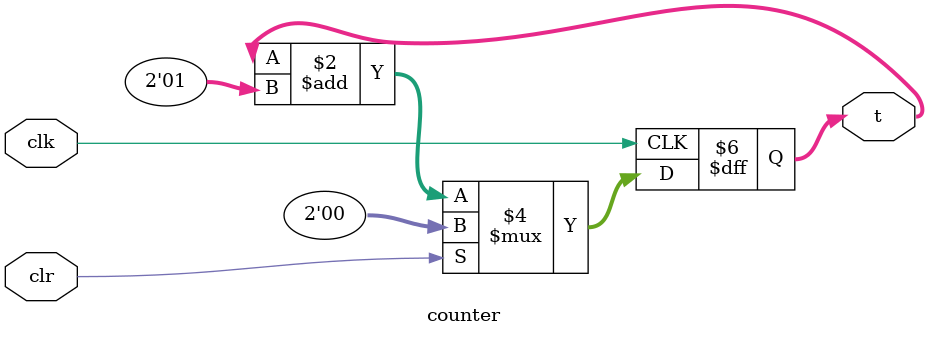
<source format=v>
module counter
#(
    parameter integer COUNTER_WIDTH = 2
)
(
    input wire clk,
    input wire clr,
    output reg [COUNTER_WIDTH-1:0] t  //register for T0, T1, T2 and T3
);

    always @(posedge clk) begin
        if (clr)// reset count if clear was inputed
            t <= 2'b00;
        else
            t <= t + 2'b1;
    end
    
endmodule
</source>
